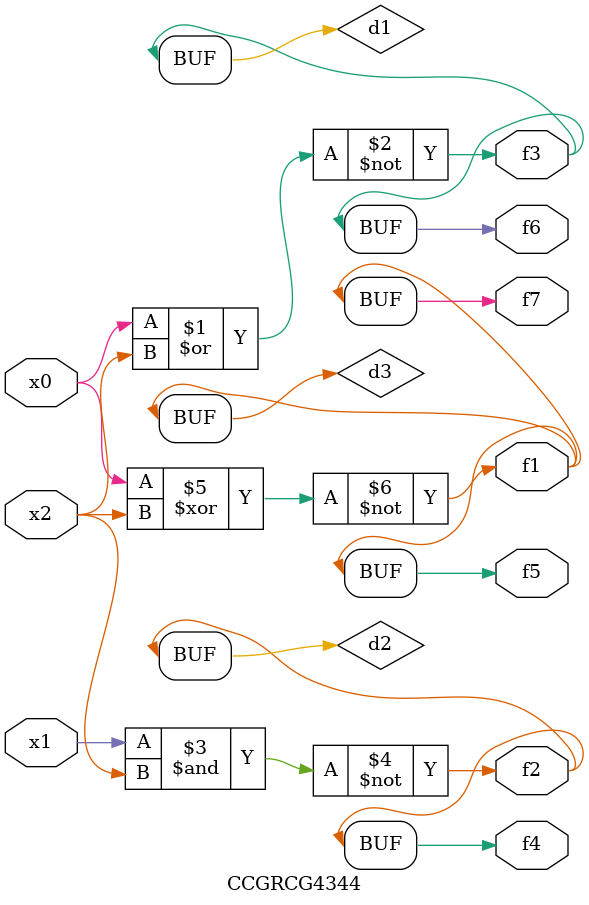
<source format=v>
module CCGRCG4344(
	input x0, x1, x2,
	output f1, f2, f3, f4, f5, f6, f7
);

	wire d1, d2, d3;

	nor (d1, x0, x2);
	nand (d2, x1, x2);
	xnor (d3, x0, x2);
	assign f1 = d3;
	assign f2 = d2;
	assign f3 = d1;
	assign f4 = d2;
	assign f5 = d3;
	assign f6 = d1;
	assign f7 = d3;
endmodule

</source>
